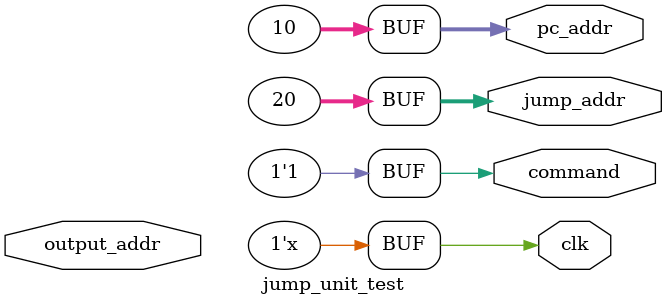
<source format=v>
`timescale 1ns / 1ps
module jump_unit_test(clk, command, jump_addr, pc_addr, output_addr);

output reg clk;
output reg command;
output reg [31:0] jump_addr;
output reg [31:0] pc_addr;
input wire [31:0] output_addr;

initial begin
	#10000;
	command <= 1;
	pc_addr <= 10;
	jump_addr <= 20;
end

always @(*) begin
	#500 clk = ~clk;
end

add_jump_unit jump_unit(
.clk(clk),
.branch_command(command) , 
.sign_extand(jump_addr), 
.pc_addr(pc_addr), 
//output
.jump_addr(output_addr)
);

endmodule

</source>
